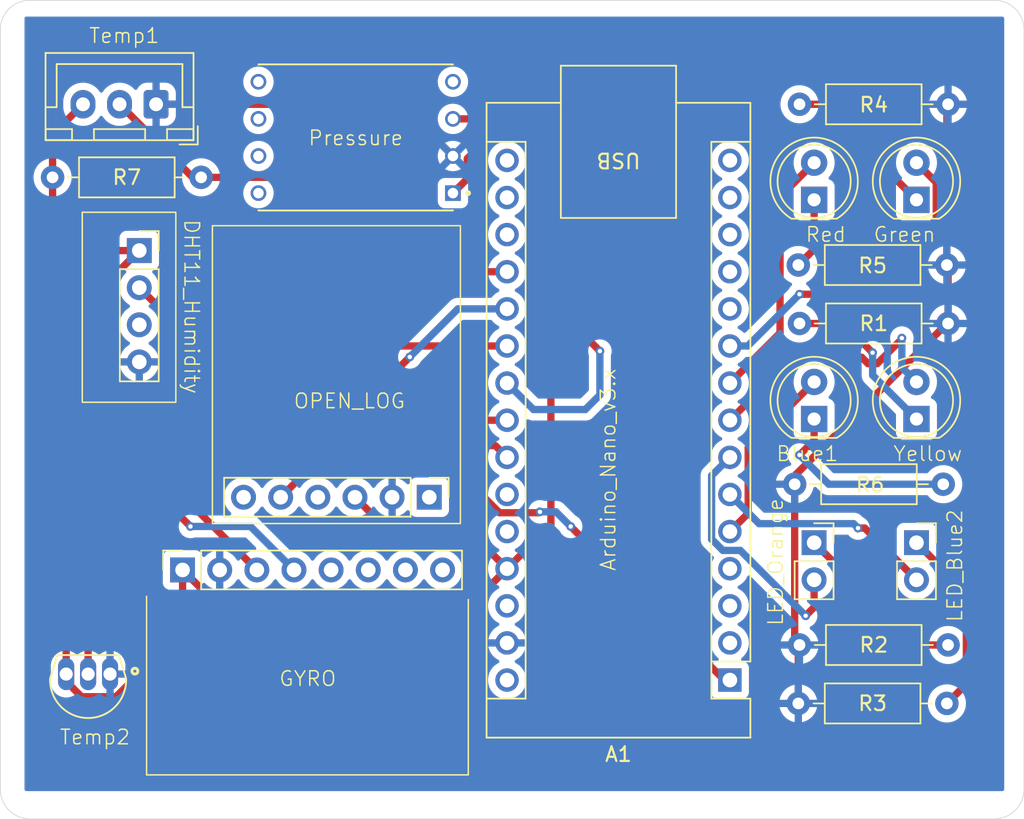
<source format=kicad_pcb>
(kicad_pcb (version 20241229) (generator "pcbnew") (generator_version "9.0")
  (layers (0 "F.Cu" signal) (2 "B.Cu" signal) (13 "F.Paste" user) (15 "B.Paste" user) (5 "F.SilkS" user "F.Silkscreen") (7 "B.SilkS" user "B.Silkscreen") (1 "F.Mask" user) (3 "B.Mask" user) (25 "Edge.Cuts" user))
  (net 0 "")
  (net 2 "/HUMIDITY_SENSOR")
  (net 3 "/BLUE2_LED")
  (net 6 "/GREEN_LED")
  (net 7 "/YELLOW_LED")
  (net 8 "/OPEN_LOG")
  (net 11 "/Temp1")
  (net 13 "/ACCELEROMETER_X")
  (net 14 "GND")
  (net 17 "/ACCELEROMETER_Y")
  (net 18 "/ORANGE_LED")
  (net 20 "/PRESSURE_SENSOR")
  (net 22 "/TEMP2")
  (net 23 "/BLUE1_LED")
  (net 25 "/RED_LED")
  (net 26 "Net-(D1-K)")
  (net 27 "Net-(D2-K)")
  (net 28 "Net-(D3-K)")
  (net 29 "Net-(D4-K)")
  (net 30 "Net-(D5-K)")
  (net 31 "Net-(D6-K)")
  (net 38 "+3V3")
  (net 39 "VCC")
  (net 40 "+5V")
  (net 44 "/I2C_SCL")
  (net 45 "/I2C_SDA")
  (footprint "Resistor_THT:R_Axial_DIN0207_L6.3mm_D2.5mm_P10.16mm_Horizontal" (layer "F.Cu") (at 221.57 78.11)
    (property "Reference" "R5" (at 5.08 0.04 0) (layer "F.SilkS"))
    (property "Value" "1K" (hide yes))
    (fp_line (start 1.04 0) (end 1.81 0) (stroke (width 0.12)) (layer "F.SilkS"))
    (fp_line (start 1.81 -1.37) (end 1.81 1.37) (stroke (width 0.12)) (layer "F.SilkS"))
    (fp_line (start 1.81 1.37) (end 8.35 1.37) (stroke (width 0.12)) (layer "F.SilkS"))
    (fp_line (start 8.35 -1.37) (end 1.81 -1.37) (stroke (width 0.12)) (layer "F.SilkS"))
    (fp_line (start 8.35 1.37) (end 8.35 -1.37) (stroke (width 0.12)) (layer "F.SilkS"))
    (fp_line (start 9.12 0) (end 8.35 0) (stroke (width 0.12)) (layer "F.SilkS"))
    (pad "1" thru_hole circle (at 0 0) (size 1.6 1.6) (drill 0.8) (layers "*.Cu" "*.Mask") (net 26 "Net-(D1-K)"))
    (pad "2" thru_hole oval (at 10.16 0) (size 1.6 1.6) (drill 0.8) (layers "*.Cu" "*.Mask") (net 14 "GND"))
  )
  (footprint "My_Library1:XDCR_TMP36GT9" (layer "F.Cu") (at 173 107 180)
    (property "Reference" "J2" (hide yes))
    (property "Value" "Temp_Digital" (hide yes))
    (fp_line (start 2.1 2.2) (end 2.6 0.6) (stroke (width 0.127)) (layer "F.SilkS"))
    (fp_line (start -2.1 2.2) (end 2.1 2.2) (stroke (width 0.127)) (layer "F.SilkS"))
    (fp_line (start -2.6 0.6) (end -2.1 2.2) (stroke (width 0.127)) (layer "F.SilkS"))
    (fp_arc (start -2.6 0.538) (mid 0 -2.107779) (end 2.6 0.538) (stroke (width 0.127)) (layer "F.SilkS"))
    (fp_circle (center -3.2 1.1) (end -3 1.1) (stroke (width 0.2)) (fill no) (layer "F.SilkS"))
    (pad "1" thru_hole oval (at -1.5 0.9 180) (size 1.1 2.2) (drill 0.9) (layers "*.Cu" "*.Mask") (net 14 "GND"))
    (pad "2" thru_hole oval (at 0 0.9 180) (size 1.1 2.2) (drill 0.9) (layers "*.Cu" "*.Mask") (net 22 "/TEMP2"))
    (pad "3" thru_hole oval (at 1.5 0.9 180) (size 1.1 2.2) (drill 0.9) (layers "*.Cu" "*.Mask") (net 40 "+5V"))
  )
  (footprint "Connector_PinSocket_2.54mm:PinSocket_1x02_P2.54mm_Vertical" (layer "F.Cu") (at 222.65 97.11)
    (property "Reference" "D5" (hide yes))
    (property "Value" "LED" (hide yes))
    (fp_line (start -1.33 1.27) (end -1.33 3.87) (stroke (width 0.12)) (layer "F.SilkS"))
    (fp_line (start -1.33 1.27) (end 1.33 1.27) (stroke (width 0.12)) (layer "F.SilkS"))
    (fp_line (start -1.33 3.87) (end 1.33 3.87) (stroke (width 0.12)) (layer "F.SilkS"))
    (fp_line (start 0 -1.33) (end 1.33 -1.33) (stroke (width 0.12)) (layer "F.SilkS"))
    (fp_line (start 1.33 -1.33) (end 1.33 0) (stroke (width 0.12)) (layer "F.SilkS"))
    (fp_line (start 1.33 1.27) (end 1.33 3.87) (stroke (width 0.12)) (layer "F.SilkS"))
    (pad "1" thru_hole rect (at 0 0) (size 1.7 1.7) (drill 1) (layers "*.Cu" "*.Mask") (net 30 "Net-(D5-K)"))
    (pad "2" thru_hole oval (at 0 2.54) (size 1.7 1.7) (drill 1) (layers "*.Cu" "*.Mask") (net 18 "/ORANGE_LED"))
  )
  (footprint "LED_THT:LED_D5.0mm" (layer "F.Cu") (at 222.65 88.65 90)
    (property "Reference" "D3" (hide yes))
    (property "Value" "LED" (hide yes))
    (fp_line (start -1.29 -1.545) (end -1.29 1.545) (stroke (width 0.12)) (layer "F.SilkS"))
    (fp_arc (start -1.29 -1.54483) (mid 2.071756 -2.880501) (end 4.26 -0.000048) (stroke (width 0.12)) (layer "F.SilkS"))
    (fp_arc (start 4.26 0.000048) (mid 2.071756 2.880501) (end -1.29 1.54483) (stroke (width 0.12)) (layer "F.SilkS"))
    (fp_circle (center 1.27 0) (end 3.77 0) (stroke (width 0.12)) (fill no) (layer "F.SilkS"))
    (pad "1" thru_hole rect (at 0 0 90) (size 1.8 1.8) (drill 0.9) (layers "*.Cu" "*.Mask") (net 28 "Net-(D3-K)"))
    (pad "2" thru_hole circle (at 2.54 0 90) (size 1.8 1.8) (drill 0.9) (layers "*.Cu" "*.Mask") (net 23 "/BLUE1_LED"))
  )
  (footprint "Resistor_THT:R_Axial_DIN0207_L6.3mm_D2.5mm_P10.16mm_Horizontal" (layer "F.Cu") (at 170.57 72.11)
    (property "Reference" "R7" (at 5.08 0 0) (layer "F.SilkS"))
    (property "Value" "4.7K" (hide yes))
    (fp_line (start 1.04 0) (end 1.81 0) (stroke (width 0.12)) (layer "F.SilkS"))
    (fp_line (start 1.81 -1.37) (end 1.81 1.37) (stroke (width 0.12)) (layer "F.SilkS"))
    (fp_line (start 1.81 1.37) (end 8.35 1.37) (stroke (width 0.12)) (layer "F.SilkS"))
    (fp_line (start 8.35 -1.37) (end 1.81 -1.37) (stroke (width 0.12)) (layer "F.SilkS"))
    (fp_line (start 8.35 1.37) (end 8.35 -1.37) (stroke (width 0.12)) (layer "F.SilkS"))
    (fp_line (start 9.12 0) (end 8.35 0) (stroke (width 0.12)) (layer "F.SilkS"))
    (pad "1" thru_hole circle (at 0 0) (size 1.6 1.6) (drill 0.8) (layers "*.Cu" "*.Mask") (net 40 "+5V"))
    (pad "2" thru_hole oval (at 10.16 0) (size 1.6 1.6) (drill 0.8) (layers "*.Cu" "*.Mask") (net 11 "/Temp1"))
  )
  (footprint "Connector_PinSocket_2.54mm:PinSocket_1x04_P2.54mm_Vertical" (layer "F.Cu") (at 176.5 77.12)
    (property "Reference" "J3" (hide yes))
    (property "Value" "DHT11_Humidity" (hide yes))
    (fp_line (start -1.33 1.27) (end -1.33 8.95) (stroke (width 0.12)) (layer "F.SilkS"))
    (fp_line (start -1.33 1.27) (end 1.33 1.27) (stroke (width 0.12)) (layer "F.SilkS"))
    (fp_line (start -1.33 8.95) (end 1.33 8.95) (stroke (width 0.12)) (layer "F.SilkS"))
    (fp_line (start 0 -1.33) (end 1.33 -1.33) (stroke (width 0.12)) (layer "F.SilkS"))
    (fp_line (start 1.33 -1.33) (end 1.33 0) (stroke (width 0.12)) (layer "F.SilkS"))
    (fp_line (start 1.33 1.27) (end 1.33 8.95) (stroke (width 0.12)) (layer "F.SilkS"))
    (pad "1" thru_hole rect (at 0 0) (size 1.7 1.7) (drill 1) (layers "*.Cu" "*.Mask") (net 40 "+5V"))
    (pad "2" thru_hole oval (at 0 2.54) (size 1.7 1.7) (drill 1) (layers "*.Cu" "*.Mask") (net 2 "/HUMIDITY_SENSOR"))
    (pad "3" thru_hole oval (at 0 5.08) (size 1.7 1.7) (drill 1) (layers "*.Cu" "*.Mask"))
    (pad "4" thru_hole oval (at 0 7.62) (size 1.7 1.7) (drill 1) (layers "*.Cu" "*.Mask") (net 14 "GND"))
  )
  (footprint "Connector_PinSocket_2.54mm:PinSocket_1x02_P2.54mm_Vertical" (layer "F.Cu") (at 229.65 97.11)
    (property "Reference" "D4" (hide yes))
    (property "Value" "LED" (hide yes))
    (fp_line (start -1.33 1.27) (end -1.33 3.87) (stroke (width 0.12)) (layer "F.SilkS"))
    (fp_line (start -1.33 1.27) (end 1.33 1.27) (stroke (width 0.12)) (layer "F.SilkS"))
    (fp_line (start -1.33 3.87) (end 1.33 3.87) (stroke (width 0.12)) (layer "F.SilkS"))
    (fp_line (start 0 -1.33) (end 1.33 -1.33) (stroke (width 0.12)) (layer "F.SilkS"))
    (fp_line (start 1.33 -1.33) (end 1.33 0) (stroke (width 0.12)) (layer "F.SilkS"))
    (fp_line (start 1.33 1.27) (end 1.33 3.87) (stroke (width 0.12)) (layer "F.SilkS"))
    (pad "1" thru_hole rect (at 0 0) (size 1.7 1.7) (drill 1) (layers "*.Cu" "*.Mask") (net 29 "Net-(D4-K)"))
    (pad "2" thru_hole oval (at 0 2.54) (size 1.7 1.7) (drill 1) (layers "*.Cu" "*.Mask") (net 3 "/BLUE2_LED"))
  )
  (footprint "LED_THT:LED_D5.0mm" (layer "F.Cu") (at 229.65 88.65 90)
    (property "Reference" "D6" (hide yes))
    (property "Value" "LED" (hide yes))
    (fp_line (start -1.29 -1.545) (end -1.29 1.545) (stroke (width 0.12)) (layer "F.SilkS"))
    (fp_arc (start -1.29 -1.54483) (mid 2.071756 -2.880501) (end 4.26 -0.000048) (stroke (width 0.12)) (layer "F.SilkS"))
    (fp_arc (start 4.26 0.000048) (mid 2.071756 2.880501) (end -1.29 1.54483) (stroke (width 0.12)) (layer "F.SilkS"))
    (fp_circle (center 1.27 0) (end 3.77 0) (stroke (width 0.12)) (fill no) (layer "F.SilkS"))
    (pad "1" thru_hole rect (at 0 0 90) (size 1.8 1.8) (drill 0.9) (layers "*.Cu" "*.Mask") (net 31 "Net-(D6-K)"))
    (pad "2" thru_hole circle (at 2.54 0 90) (size 1.8 1.8) (drill 0.9) (layers "*.Cu" "*.Mask") (net 7 "/YELLOW_LED"))
  )
  (footprint "Module:Arduino_Nano" (layer "F.Cu") (at 216.89 106.51 180)
    (property "Reference" "A1" (at 7.62 -5.08 0) (layer "F.SilkS"))
    (property "Value" "Arduino_Nano_v3.x" (hide yes))
    (fp_line (start 16.64 39.5) (end 16.64 -3.94) (stroke (width 0.12)) (layer "F.SilkS"))
    (fp_line (start 16.64 39.5) (end 11.56 39.5) (stroke (width 0.12)) (layer "F.SilkS"))
    (fp_line (start 16.64 -3.94) (end -1.4 -3.94) (stroke (width 0.12)) (layer "F.SilkS"))
    (fp_line (start 13.97 36.83) (end 16.64 36.83) (stroke (width 0.12)) (layer "F.SilkS"))
    (fp_line (start 13.97 -1.27) (end 16.64 -1.27) (stroke (width 0.12)) (layer "F.SilkS"))
    (fp_line (start 13.97 -1.27) (end 13.97 36.83) (stroke (width 0.12)) (layer "F.SilkS"))
    (fp_line (start 11.56 42.04) (end 3.68 42.04) (stroke (width 0.12)) (layer "F.SilkS"))
    (fp_line (start 11.56 31.62) (end 11.56 42.04) (stroke (width 0.12)) (layer "F.SilkS"))
    (fp_line (start 3.68 42.04) (end 3.68 31.62) (stroke (width 0.12)) (layer "F.SilkS"))
    (fp_line (start 3.68 31.62) (end 11.56 31.62) (stroke (width 0.12)) (layer "F.SilkS"))
    (fp_line (start 1.27 36.83) (end -1.4 36.83) (stroke (width 0.12)) (layer "F.SilkS"))
    (fp_line (start 1.27 1.27) (end 1.27 36.83) (stroke (width 0.12)) (layer "F.SilkS"))
    (fp_line (start 1.27 1.27) (end 1.27 -1.27) (stroke (width 0.12)) (layer "F.SilkS"))
    (fp_line (start 1.27 1.27) (end -1.4 1.27) (stroke (width 0.12)) (layer "F.SilkS"))
    (fp_line (start 1.27 -1.27) (end -1.4 -1.27) (stroke (width 0.12)) (layer "F.SilkS"))
    (fp_line (start -1.4 39.5) (end 3.68 39.5) (stroke (width 0.12)) (layer "F.SilkS"))
    (fp_line (start -1.4 1.27) (end -1.4 39.5) (stroke (width 0.12)) (layer "F.SilkS"))
    (fp_line (start -1.4 -3.94) (end -1.4 -1.27) (stroke (width 0.12)) (layer "F.SilkS"))
    (fp_text user "USB" (at 7.62 35.56 180) (layer "F.SilkS"))
    (pad "1" thru_hole rect (at 0 0 180) (size 1.6 1.6) (drill 1) (layers "*.Cu" "*.Mask") (net 8 "/OPEN_LOG"))
    (pad "2" thru_hole oval (at 0 2.54 180) (size 1.6 1.6) (drill 1) (layers "*.Cu" "*.Mask"))
    (pad "3" thru_hole oval (at 0 5.08 180) (size 1.6 1.6) (drill 1) (layers "*.Cu" "*.Mask"))
    (pad "4" thru_hole oval (at 0 7.62 180) (size 1.6 1.6) (drill 1) (layers "*.Cu" "*.Mask"))
    (pad "5" thru_hole oval (at 0 10.16 180) (size 1.6 1.6) (drill 1) (layers "*.Cu" "*.Mask") (net 23 "/BLUE1_LED"))
    (pad "6" thru_hole oval (at 0 12.7 180) (size 1.6 1.6) (drill 1) (layers "*.Cu" "*.Mask") (net 3 "/BLUE2_LED"))
    (pad "7" thru_hole oval (at 0 15.24 180) (size 1.6 1.6) (drill 1) (layers "*.Cu" "*.Mask") (net 18 "/ORANGE_LED"))
    (pad "8" thru_hole oval (at 0 17.78 180) (size 1.6 1.6) (drill 1) (layers "*.Cu" "*.Mask") (net 7 "/YELLOW_LED"))
    (pad "9" thru_hole oval (at 0 20.32 180) (size 1.6 1.6) (drill 1) (layers "*.Cu" "*.Mask") (net 25 "/RED_LED"))
    (pad "10" thru_hole oval (at 0 22.86 180) (size 1.6 1.6) (drill 1) (layers "*.Cu" "*.Mask") (net 6 "/GREEN_LED"))
    (pad "11" thru_hole oval (at 0 25.4 180) (size 1.6 1.6) (drill 1) (layers "*.Cu" "*.Mask"))
    (pad "12" thru_hole oval (at 0 27.94 180) (size 1.6 1.6) (drill 1) (layers "*.Cu" "*.Mask"))
    (pad "13" thru_hole oval (at 0 30.48 180) (size 1.6 1.6) (drill 1) (layers "*.Cu" "*.Mask"))
    (pad "14" thru_hole oval (at 0 33.02 180) (size 1.6 1.6) (drill 1) (layers "*.Cu" "*.Mask"))
    (pad "15" thru_hole oval (at 0 35.56 180) (size 1.6 1.6) (drill 1) (layers "*.Cu" "*.Mask"))
    (pad "16" thru_hole oval (at 15.24 35.56 180) (size 1.6 1.6) (drill 1) (layers "*.Cu" "*.Mask"))
    (pad "17" thru_hole oval (at 15.24 33.02 180) (size 1.6 1.6) (drill 1) (layers "*.Cu" "*.Mask") (net 38 "+3V3"))
    (pad "18" thru_hole oval (at 15.24 30.48 180) (size 1.6 1.6) (drill 1) (layers "*.Cu" "*.Mask"))
    (pad "19" thru_hole oval (at 15.24 27.94 180) (size 1.6 1.6) (drill 1) (layers "*.Cu" "*.Mask") (net 11 "/Temp1"))
    (pad "20" thru_hole oval (at 15.24 25.4 180) (size 1.6 1.6) (drill 1) (layers "*.Cu" "*.Mask") (net 22 "/TEMP2"))
    (pad "21" thru_hole oval (at 15.24 22.86 180) (size 1.6 1.6) (drill 1) (layers "*.Cu" "*.Mask") (net 2 "/HUMIDITY_SENSOR"))
    (pad "22" thru_hole oval (at 15.24 20.32 180) (size 1.6 1.6) (drill 1) (layers "*.Cu" "*.Mask") (net 20 "/PRESSURE_SENSOR"))
    (pad "23" thru_hole oval (at 15.24 17.78 180) (size 1.6 1.6) (drill 1) (layers "*.Cu" "*.Mask") (net 45 "/I2C_SDA"))
    (pad "24" thru_hole oval (at 15.24 15.24 180) (size 1.6 1.6) (drill 1) (layers "*.Cu" "*.Mask") (net 44 "/I2C_SCL"))
    (pad "25" thru_hole oval (at 15.24 12.7 180) (size 1.6 1.6) (drill 1) (layers "*.Cu" "*.Mask") (net 13 "/ACCELEROMETER_X"))
    (pad "26" thru_hole oval (at 15.24 10.16 180) (size 1.6 1.6) (drill 1) (layers "*.Cu" "*.Mask") (net 17 "/ACCELEROMETER_Y"))
    (pad "27" thru_hole oval (at 15.24 7.62 180) (size 1.6 1.6) (drill 1) (layers "*.Cu" "*.Mask") (net 40 "+5V"))
    (pad "28" thru_hole oval (at 15.24 5.08 180) (size 1.6 1.6) (drill 1) (layers "*.Cu" "*.Mask"))
    (pad "29" thru_hole oval (at 15.24 2.54 180) (size 1.6 1.6) (drill 1) (layers "*.Cu" "*.Mask") (net 14 "GND"))
    (pad "30" thru_hole oval (at 15.24 0 180) (size 1.6 1.6) (drill 1) (layers "*.Cu" "*.Mask") (net 39 "VCC"))
  )
  (footprint "Connector_PinSocket_2.54mm:PinSocket_1x08_P2.54mm_Vertical" (layer "F.Cu") (at 179.46 98.975 90)
    (property "Reference" "J9" (hide yes))
    (property "Value" "CONN_GYRO" (hide yes))
    (fp_line (start 1.33 -1.33) (end 1.33 0) (stroke (width 0.12)) (layer "F.SilkS"))
    (fp_line (start 0 -1.33) (end 1.33 -1.33) (stroke (width 0.12)) (layer "F.SilkS"))
    (fp_line (start 1.33 1.27) (end 1.33 19.11) (stroke (width 0.12)) (layer "F.SilkS"))
    (fp_line (start -1.33 1.27) (end 1.33 1.27) (stroke (width 0.12)) (layer "F.SilkS"))
    (fp_line (start -1.33 1.27) (end -1.33 19.11) (stroke (width 0.12)) (layer "F.SilkS"))
    (fp_line (start -1.33 19.11) (end 1.33 19.11) (stroke (width 0.12)) (layer "F.SilkS"))
    (pad "1" thru_hole rect (at 0 0 90) (size 1.7 1.7) (drill 1) (layers "*.Cu" "*.Mask") (net 40 "+5V"))
    (pad "2" thru_hole oval (at 0 2.54 90) (size 1.7 1.7) (drill 1) (layers "*.Cu" "*.Mask") (net 14 "GND"))
    (pad "3" thru_hole oval (at 0 5.08 90) (size 1.7 1.7) (drill 1) (layers "*.Cu" "*.Mask") (net 44 "/I2C_SCL"))
    (pad "4" thru_hole oval (at 0 7.62 90) (size 1.7 1.7) (drill 1) (layers "*.Cu" "*.Mask") (net 45 "/I2C_SDA"))
    (pad "5" thru_hole oval (at 0 10.16 90) (size 1.7 1.7) (drill 1) (layers "*.Cu" "*.Mask"))
    (pad "6" thru_hole oval (at 0 12.7 90) (size 1.7 1.7) (drill 1) (layers "*.Cu" "*.Mask"))
    (pad "7" thru_hole oval (at 0 15.24 90) (size 1.7 1.7) (drill 1) (layers "*.Cu" "*.Mask"))
    (pad "8" thru_hole oval (at 0 17.78 90) (size 1.7 1.7) (drill 1) (layers "*.Cu" "*.Mask"))
  )
  (footprint "My_Library1:DIP1330W46P254L1000H544Q8" (layer "F.Cu") (at 191.3 69.38 180)
    (property "Reference" "U3" (hide yes))
    (property "Value" "40PC015G" (hide yes))
    (fp_line (start -6.65 5) (end 6.65 5) (stroke (width 0.127)) (layer "F.SilkS"))
    (fp_line (start -6.65 -5) (end 6.65 -5) (stroke (width 0.127)) (layer "F.SilkS"))
    (fp_circle (center -7.685 -3.81) (end -7.585 -3.81) (stroke (width 0.2)) (fill no) (layer "F.SilkS"))
    (pad "1" thru_hole rect (at -6.65 -3.81 180) (size 1.07 1.07) (drill 0.72) (layers "*.Cu" "*.Mask") (net 40 "+5V"))
    (pad "2" thru_hole circle (at -6.65 -1.27 180) (size 1.07 1.07) (drill 0.72) (layers "*.Cu" "*.Mask") (net 14 "GND"))
    (pad "3" thru_hole circle (at -6.65 1.27 180) (size 1.07 1.07) (drill 0.72) (layers "*.Cu" "*.Mask") (net 20 "/PRESSURE_SENSOR"))
    (pad "4" thru_hole circle (at -6.65 3.81 180) (size 1.07 1.07) (drill 0.72) (layers "*.Cu" "*.Mask"))
    (pad "5" thru_hole circle (at 6.65 3.81 180) (size 1.07 1.07) (drill 0.72) (layers "*.Cu" "*.Mask"))
    (pad "6" thru_hole circle (at 6.65 1.27 180) (size 1.07 1.07) (drill 0.72) (layers "*.Cu" "*.Mask"))
    (pad "7" thru_hole circle (at 6.65 -1.27 180) (size 1.07 1.07) (drill 0.72) (layers "*.Cu" "*.Mask"))
    (pad "8" thru_hole circle (at 6.65 -3.81 180) (size 1.07 1.07) (drill 0.72) (layers "*.Cu" "*.Mask"))
  )
  (footprint "LED_THT:LED_D5.0mm" (layer "F.Cu") (at 229.65 73.65 90)
    (property "Reference" "D2" (hide yes))
    (property "Value" "LED" (hide yes))
    (fp_line (start -1.29 -1.545) (end -1.29 1.545) (stroke (width 0.12)) (layer "F.SilkS"))
    (fp_arc (start -1.29 -1.54483) (mid 2.071756 -2.880501) (end 4.26 -0.000048) (stroke (width 0.12)) (layer "F.SilkS"))
    (fp_arc (start 4.26 0.000048) (mid 2.071756 2.880501) (end -1.29 1.54483) (stroke (width 0.12)) (layer "F.SilkS"))
    (fp_circle (center 1.27 0) (end 3.77 0) (stroke (width 0.12)) (fill no) (layer "F.SilkS"))
    (pad "1" thru_hole rect (at 0 0 90) (size 1.8 1.8) (drill 0.9) (layers "*.Cu" "*.Mask") (net 27 "Net-(D2-K)"))
    (pad "2" thru_hole circle (at 2.54 0 90) (size 1.8 1.8) (drill 0.9) (layers "*.Cu" "*.Mask") (net 6 "/GREEN_LED"))
  )
  (footprint "Connector_PinHeader_2.54mm:PinHeader_1x06_P2.54mm_Vertical" (layer "F.Cu") (at 196.33 94 -90)
    (property "Reference" "OPEN_LOG1" (hide yes))
    (property "Value" "Conn_01x06" (hide yes))
    (fp_line (start -1.33 14.03) (end 1.33 14.03) (stroke (width 0.12)) (layer "F.SilkS"))
    (fp_line (start -1.33 1.27) (end -1.33 14.03) (stroke (width 0.12)) (layer "F.SilkS"))
    (fp_line (start -1.33 1.27) (end 1.33 1.27) (stroke (width 0.12)) (layer "F.SilkS"))
    (fp_line (start 1.33 1.27) (end 1.33 14.03) (stroke (width 0.12)) (layer "F.SilkS"))
    (fp_line (start -1.33 0) (end -1.33 -1.33) (stroke (width 0.12)) (layer "F.SilkS"))
    (fp_line (start -1.33 -1.33) (end 0 -1.33) (stroke (width 0.12)) (layer "F.SilkS"))
    (pad "1" thru_hole rect (at 0 0 270) (size 1.7 1.7) (drill 1) (layers "*.Cu" "*.Mask"))
    (pad "2" thru_hole oval (at 0 2.54 270) (size 1.7 1.7) (drill 1) (layers "*.Cu" "*.Mask") (net 14 "GND"))
    (pad "3" thru_hole oval (at 0 5.08 270) (size 1.7 1.7) (drill 1) (layers "*.Cu" "*.Mask") (net 40 "+5V"))
    (pad "4" thru_hole oval (at 0 7.62 270) (size 1.7 1.7) (drill 1) (layers "*.Cu" "*.Mask"))
    (pad "5" thru_hole oval (at 0 10.16 270) (size 1.7 1.7) (drill 1) (layers "*.Cu" "*.Mask") (net 8 "/OPEN_LOG"))
    (pad "6" thru_hole oval (at 0 12.7 270) (size 1.7 1.7) (drill 1) (layers "*.Cu" "*.Mask"))
  )
  (footprint "Resistor_THT:R_Axial_DIN0207_L6.3mm_D2.5mm_P10.16mm_Horizontal" (layer "F.Cu") (at 231.73 108.11 180)
    (property "Reference" "R3" (at 5.08 0 0) (layer "F.SilkS"))
    (property "Value" "1K" (hide yes))
    (fp_line (start 9.12 0) (end 8.35 0) (stroke (width 0.12)) (layer "F.SilkS"))
    (fp_line (start 8.35 1.37) (end 8.35 -1.37) (stroke (width 0.12)) (layer "F.SilkS"))
    (fp_line (start 8.35 -1.37) (end 1.81 -1.37) (stroke (width 0.12)) (layer "F.SilkS"))
    (fp_line (start 1.81 1.37) (end 8.35 1.37) (stroke (width 0.12)) (layer "F.SilkS"))
    (fp_line (start 1.81 -1.37) (end 1.81 1.37) (stroke (width 0.12)) (layer "F.SilkS"))
    (fp_line (start 1.04 0) (end 1.81 0) (stroke (width 0.12)) (layer "F.SilkS"))
    (pad "1" thru_hole circle (at 0 0 180) (size 1.6 1.6) (drill 0.8) (layers "*.Cu" "*.Mask") (net 29 "Net-(D4-K)"))
    (pad "2" thru_hole oval (at 10.16 0 180) (size 1.6 1.6) (drill 0.8) (layers "*.Cu" "*.Mask") (net 14 "GND"))
  )
  (footprint "Resistor_THT:R_Axial_DIN0207_L6.3mm_D2.5mm_P10.16mm_Horizontal" (layer "F.Cu") (at 221.65 82.11)
    (property "Reference" "R1" (at 5.08 0 0) (layer "F.SilkS"))
    (property "Value" "1K" (hide yes))
    (fp_line (start 1.04 0) (end 1.81 0) (stroke (width 0.12)) (layer "F.SilkS"))
    (fp_line (start 1.81 -1.37) (end 1.81 1.37) (stroke (width 0.12)) (layer "F.SilkS"))
    (fp_line (start 1.81 1.37) (end 8.35 1.37) (stroke (width 0.12)) (layer "F.SilkS"))
    (fp_line (start 8.35 -1.37) (end 1.81 -1.37) (stroke (width 0.12)) (layer "F.SilkS"))
    (fp_line (start 8.35 1.37) (end 8.35 -1.37) (stroke (width 0.12)) (layer "F.SilkS"))
    (fp_line (start 9.12 0) (end 8.35 0) (stroke (width 0.12)) (layer "F.SilkS"))
    (pad "1" thru_hole circle (at 0 0) (size 1.6 1.6) (drill 0.8) (layers "*.Cu" "*.Mask") (net 31 "Net-(D6-K)"))
    (pad "2" thru_hole oval (at 10.16 0) (size 1.6 1.6) (drill 0.8) (layers "*.Cu" "*.Mask") (net 14 "GND"))
  )
  (footprint "LED_THT:LED_D5.0mm" (layer "F.Cu") (at 222.65 73.65 90)
    (property "Reference" "D1" (hide yes))
    (property "Value" "LED" (hide yes))
    (fp_line (start -1.29 -1.545) (end -1.29 1.545) (stroke (width 0.12)) (layer "F.SilkS"))
    (fp_arc (start -1.29 -1.54483) (mid 2.071756 -2.880501) (end 4.26 -0.000048) (stroke (width 0.12)) (layer "F.SilkS"))
    (fp_arc (start 4.26 0.000048) (mid 2.071756 2.880501) (end -1.29 1.54483) (stroke (width 0.12)) (layer "F.SilkS"))
    (fp_circle (center 1.27 0) (end 3.77 0) (stroke (width 0.12)) (fill no) (layer "F.SilkS"))
    (pad "1" thru_hole rect (at 0 0 90) (size 1.8 1.8) (drill 0.9) (layers "*.Cu" "*.Mask") (net 26 "Net-(D1-K)"))
    (pad "2" thru_hole circle (at 2.54 0 90) (size 1.8 1.8) (drill 0.9) (layers "*.Cu" "*.Mask") (net 25 "/RED_LED"))
  )
  (footprint "Resistor_THT:R_Axial_DIN0207_L6.3mm_D2.5mm_P10.16mm_Horizontal" (layer "F.Cu") (at 221.65 67.11)
    (property "Reference" "R4" (at 5.08 0.04 0) (layer "F.SilkS"))
    (property "Value" "1K" (hide yes))
    (fp_line (start 1.04 0) (end 1.81 0) (stroke (width 0.12)) (layer "F.SilkS"))
    (fp_line (start 1.81 -1.37) (end 1.81 1.37) (stroke (width 0.12)) (layer "F.SilkS"))
    (fp_line (start 1.81 1.37) (end 8.35 1.37) (stroke (width 0.12)) (layer "F.SilkS"))
    (fp_line (start 8.35 -1.37) (end 1.81 -1.37) (stroke (width 0.12)) (layer "F.SilkS"))
    (fp_line (start 8.35 1.37) (end 8.35 -1.37) (stroke (width 0.12)) (layer "F.SilkS"))
    (fp_line (start 9.12 0) (end 8.35 0) (stroke (width 0.12)) (layer "F.SilkS"))
    (pad "1" thru_hole circle (at 0 0) (size 1.6 1.6) (drill 0.8) (layers "*.Cu" "*.Mask") (net 27 "Net-(D2-K)"))
    (pad "2" thru_hole oval (at 10.16 0) (size 1.6 1.6) (drill 0.8) (layers "*.Cu" "*.Mask") (net 14 "GND"))
  )
  (footprint "Resistor_THT:R_Axial_DIN0207_L6.3mm_D2.5mm_P10.16mm_Horizontal" (layer "F.Cu") (at 231.48 93.11 180)
    (property "Reference" "R6" (at 5 -0.04 0) (layer "F.SilkS"))
    (property "Value" "1K" (hide yes))
    (fp_line (start 9.12 0) (end 8.35 0) (stroke (width 0.12)) (layer "F.SilkS"))
    (fp_line (start 8.35 1.37) (end 8.35 -1.37) (stroke (width 0.12)) (layer "F.SilkS"))
    (fp_line (start 8.35 -1.37) (end 1.81 -1.37) (stroke (width 0.12)) (layer "F.SilkS"))
    (fp_line (start 1.81 1.37) (end 8.35 1.37) (stroke (width 0.12)) (layer "F.SilkS"))
    (fp_line (start 1.81 -1.37) (end 1.81 1.37) (stroke (width 0.12)) (layer "F.SilkS"))
    (fp_line (start 1.04 0) (end 1.81 0) (stroke (width 0.12)) (layer "F.SilkS"))
    (pad "1" thru_hole circle (at 0 0 180) (size 1.6 1.6) (drill 0.8) (layers "*.Cu" "*.Mask") (net 28 "Net-(D3-K)"))
    (pad "2" thru_hole oval (at 10.16 0 180) (size 1.6 1.6) (drill 0.8) (layers "*.Cu" "*.Mask") (net 14 "GND"))
  )
  (footprint "Resistor_THT:R_Axial_DIN0207_L6.3mm_D2.5mm_P10.16mm_Horizontal" (layer "F.Cu") (at 231.81 104.11 180)
    (property "Reference" "R2" (at 5.08 0 0) (layer "F.SilkS"))
    (property "Value" "1K" (hide yes))
    (fp_line (start 9.12 0) (end 8.35 0) (stroke (width 0.12)) (layer "F.SilkS"))
    (fp_line (start 8.35 1.37) (end 8.35 -1.37) (stroke (width 0.12)) (layer "F.SilkS"))
    (fp_line (start 8.35 -1.37) (end 1.81 -1.37) (stroke (width 0.12)) (layer "F.SilkS"))
    (fp_line (start 1.81 1.37) (end 8.35 1.37) (stroke (width 0.12)) (layer "F.SilkS"))
    (fp_line (start 1.81 -1.37) (end 1.81 1.37) (stroke (width 0.12)) (layer "F.SilkS"))
    (fp_line (start 1.04 0) (end 1.81 0) (stroke (width 0.12)) (layer "F.SilkS"))
    (pad "1" thru_hole circle (at 0 0 180) (size 1.6 1.6) (drill 0.8) (layers "*.Cu" "*.Mask") (net 30 "Net-(D5-K)"))
    (pad "2" thru_hole oval (at 10.16 0 180) (size 1.6 1.6) (drill 0.8) (layers "*.Cu" "*.Mask") (net 14 "GND"))
  )
  (footprint "Connector_JST:JST_XH_B3B-XH-A_1x03_P2.50mm_Vertical" (layer "F.Cu") (at 177.65 67.11 180)
    (property "Reference" "J1" (hide yes))
    (property "Value" "Temp_Digital" (hide yes))
    (fp_line (start 7.56 3.51) (end 7.56 -2.46) (stroke (width 0.12)) (layer "F.SilkS"))
    (fp_line (start 7.56 -2.46) (end -2.56 -2.46) (stroke (width 0.12)) (layer "F.SilkS"))
    (fp_line (start 7.55 -0.2) (end 6.8 -0.2) (stroke (width 0.12)) (layer "F.SilkS"))
    (fp_line (start 7.55 -1.7) (end 7.55 -2.45) (stroke (width 0.12)) (layer "F.SilkS"))
    (fp_line (start 7.55 -2.45) (end 5.75 -2.45) (stroke (width 0.12)) (layer "F.SilkS"))
    (fp_line (start 6.8 2.75) (end 2.5 2.75) (stroke (width 0.12)) (layer "F.SilkS"))
    (fp_line (start 6.8 -0.2) (end 6.8 2.75) (stroke (width 0.12)) (layer "F.SilkS"))
    (fp_line (start 5.75 -1.7) (end 7.55 -1.7) (stroke (width 0.12)) (layer "F.SilkS"))
    (fp_line (start 5.75 -2.45) (end 5.75 -1.7) (stroke (width 0.12)) (layer "F.SilkS"))
    (fp_line (start 4.25 -1.7) (end 4.25 -2.45) (stroke (width 0.12)) (layer "F.SilkS"))
    (fp_line (start 4.25 -2.45) (end 0.75 -2.45) (stroke (width 0.12)) (layer "F.SilkS"))
    (fp_line (start 0.75 -1.7) (end 4.25 -1.7) (stroke (width 0.12)) (layer "F.SilkS"))
    (fp_line (start 0.75 -2.45) (end 0.75 -1.7) (stroke (width 0.12)) (layer "F.SilkS"))
    (fp_line (start -0.75 -1.7) (end -0.75 -2.45) (stroke (width 0.12)) (layer "F.SilkS"))
    (fp_line (start -0.75 -2.45) (end -2.55 -2.45) (stroke (width 0.12)) (layer "F.SilkS"))
    (fp_line (start -1.6 -2.75) (end -2.85 -2.75) (stroke (width 0.12)) (layer "F.SilkS"))
    (fp_line (start -1.8 2.75) (end 2.5 2.75) (stroke (width 0.12)) (layer "F.SilkS"))
    (fp_line (start -1.8 -0.2) (end -1.8 2.75) (stroke (width 0.12)) (layer "F.SilkS"))
    (fp_line (start -2.55 -0.2) (end -1.8 -0.2) (stroke (width 0.12)) (layer "F.SilkS"))
    (fp_line (start -2.55 -1.7) (end -0.75 -1.7) (stroke (width 0.12)) (layer "F.SilkS"))
    (fp_line (start -2.55 -2.45) (end -2.55 -1.7) (stroke (width 0.12)) (layer "F.SilkS"))
    (fp_line (start -2.56 3.51) (end 7.56 3.51) (stroke (width 0.12)) (layer "F.SilkS"))
    (fp_line (start -2.56 -2.46) (end -2.56 3.51) (stroke (width 0.12)) (layer "F.SilkS"))
    (fp_line (start -2.85 -2.75) (end -2.85 -1.5) (stroke (width 0.12)) (layer "F.SilkS"))
    (pad "1" thru_hole roundrect (at 0 0 180) (size 1.7 1.95) (drill 0.95) (layers "*.Cu" "*.Mask") (roundrect_rratio 0.147059) (net 14 "GND"))
    (pad "2" thru_hole oval (at 2.5 0 180) (size 1.7 1.95) (drill 0.95) (layers "*.Cu" "*.Mask") (net 11 "/Temp1"))
    (pad "3" thru_hole oval (at 5 0 180) (size 1.7 1.95) (drill 0.95) (layers "*.Cu" "*.Mask") (net 40 "+5V"))
  )
  (gr_rect (start 172.6 74.5) (end 179 87.5) (stroke (width 0.1)) (fill no) (layer "F.SilkS"))
  (gr_line (start 177 113) (end 177 100.775) (stroke (width 0.1)) (layer "F.SilkS"))
  (gr_line (start 177 113) (end 199 113) (stroke (width 0.1)) (layer "F.SilkS"))
  (gr_rect (start 181.5 75.42) (end 198.46 95.8) (stroke (width 0.1)) (fill no) (layer "F.SilkS"))
  (gr_line (start 199 101) (end 199 113) (stroke (width 0.1)) (layer "F.SilkS"))
  (gr_arc (start 167 62) (mid 167.585786 60.585786) (end 169 60) (stroke (width 0.05)) (layer "Edge.Cuts"))
  (gr_line (start 235 60) (end 169 60) (stroke (width 0.05)) (layer "Edge.Cuts"))
  (gr_arc (start 169 116) (mid 167.585786 115.414214) (end 167 114) (stroke (width 0.05)) (layer "Edge.Cuts"))
  (gr_line (start 167 62) (end 167 114) (stroke (width 0.05)) (layer "Edge.Cuts"))
  (gr_arc (start 237 114) (mid 236.414214 115.414214) (end 235 116) (stroke (width 0.05)) (layer "Edge.Cuts"))
  (gr_arc (start 235 60) (mid 236.414214 60.585786) (end 237 62) (stroke (width 0.05)) (layer "Edge.Cuts"))
  (gr_line (start 237 114) (end 237 62) (stroke (width 0.05)) (layer "Edge.Cuts"))
  (gr_line (start 169 116) (end 235 116) (stroke (width 0.05)) (layer "Edge.Cuts"))
  (gr_text "LED_Orange" (at 220.6 102.86 90) (layer "F.SilkS") (effects (font (size 1 1) (thickness 0.1)) (justify left bottom)))
  (gr_text "DHT11_Humidity" (at 179.5 74.92 270) (layer "F.SilkS") (effects (font (size 1 1) (thickness 0.1)) (justify left bottom)))
  (gr_text "Blue1" (at 220 91.61 0) (layer "F.SilkS") (effects (font (size 1 1) (thickness 0.1)) (justify left bottom)))
  (gr_text "Green" (at 226.65 76.61 0) (layer "F.SilkS") (effects (font (size 1 1) (thickness 0.1)) (justify left bottom)))
  (gr_text "OPEN_LOG" (at 187 88 0) (layer "F.SilkS") (effects (font (size 1 1) (thickness 0.1)) (justify left bottom)))
  (gr_text "LED_Blue2" (at 232.86 102.61 90) (layer "F.SilkS") (effects (font (size 1 1) (thickness 0.1)) (justify left bottom)))
  (gr_text "Yellow" (at 228 91.61 0) (layer "F.SilkS") (effects (font (size 1 1) (thickness 0.1)) (justify left bottom)))
  (gr_text "Temp1" (at 173 63 0) (layer "F.SilkS") (effects (font (size 1 1) (thickness 0.1)) (justify left bottom)))
  (gr_text "GYRO" (at 186 107 0) (layer "F.SilkS") (effects (font (size 1 1) (thickness 0.1)) (justify left bottom)))
  (gr_text "Temp2" (at 171 111 0) (layer "F.SilkS") (effects (font (size 1 1) (thickness 0.1)) (justify left bottom)))
  (gr_text "Red" (at 222 76.61 0) (layer "F.SilkS") (effects (font (size 1 1) (thickness 0.1)) (justify left bottom)))
  (gr_text "Pressure" (at 188 70 0) (layer "F.SilkS") (effects (font (size 1 1) (thickness 0.1)) (justify left bottom)))
  (gr_text "Arduino_Nano_v3.x" (at 209.15 99.11 90) (layer "F.SilkS") (effects (font (size 1 1) (thickness 0.1)) (justify left bottom)))
  (segment (start 178.65 83.65) (end 201.65 83.65) (width 0.5) (layer "F.Cu") (net 2))
  (segment (start 178.65 81.81) (end 178.65 83.65) (width 0.5) (layer "F.Cu") (net 2))
  (segment (start 176.5 79.66) (end 178.65 81.81) (width 0.5) (layer "F.Cu") (net 2))
  (segment (start 229.65 99.65) (end 226.11 96.11) (width 0.5) (layer "F.Cu") (net 3))
  (segment (start 226.11 96.11) (end 225.65 96.11) (width 0.5) (layer "F.Cu") (net 3))
  (via (at 225.65 96.11) (size 0.6) (drill 0.3) (layers "F.Cu" "B.Cu") (net 3))
  (segment (start 225.65 96.11) (end 225.349 95.809) (width 0.5) (layer "B.Cu") (net 3))
  (segment (start 218.889 95.809) (end 216.89 93.81) (width 0.5) (layer "B.Cu") (net 3))
  (segment (start 225.349 95.809) (end 218.889 95.809) (width 0.5) (layer "B.Cu") (net 3))
  (segment (start 225.892 80.11) (end 221.65 80.11) (width 0.5) (layer "F.Cu") (net 6))
  (segment (start 231.001 75.001) (end 225.892 80.11) (width 0.5) (layer "F.Cu") (net 6))
  (segment (start 231.001 72.461) (end 231.001 75.001) (width 0.5) (layer "F.Cu") (net 6))
  (segment (start 229.65 71.11) (end 231.001 72.461) (width 0.5) (layer "F.Cu") (net 6))
  (via (at 221.65 80.11) (size 0.6) (drill 0.3) (layers "F.Cu" "B.Cu") (net 6))
  (segment (start 218.11 83.65) (end 216.89 83.65) (width 0.5) (layer "B.Cu") (net 6))
  (segment (start 221.65 80.11) (end 218.11 83.65) (width 0.5) (layer "B.Cu") (net 6))
  (segment (start 226.338925 84.861) (end 226.961075 84.861) (width 0.5) (layer "F.Cu") (net 7))
  (segment (start 216.89 88.73) (end 221.198925 84.421075) (width 0.5) (layer "F.Cu") (net 7))
  (segment (start 221.198925 84.421075) (end 225.899 84.421075) (width 0.5) (layer "F.Cu") (net 7))
  (segment (start 228.65 83.172075) (end 228.65 83.11) (width 0.5) (layer "F.Cu") (net 7))
  (segment (start 226.961075 84.861) (end 228.65 83.172075) (width 0.5) (layer "F.Cu") (net 7))
  (segment (start 225.899 84.421075) (end 226.338925 84.861) (width 0.5) (layer "F.Cu") (net 7))
  (via (at 228.65 83.11) (size 0.6) (drill 0.3) (layers "F.Cu" "B.Cu") (net 7))
  (segment (start 228.65 85.11) (end 229.65 86.11) (width 0.5) (layer "B.Cu") (net 7))
  (segment (start 228.65 83.11) (end 228.65 85.11) (width 0.5) (layer "B.Cu") (net 7))
  (segment (start 197.769818 91.699) (end 201.131818 95.061) (width 0.5) (layer "F.Cu") (net 8))
  (segment (start 203.839 95.061) (end 203.9 95) (width 0.5) (layer "F.Cu") (net 8))
  (segment (start 206 96) (end 216.51 106.51) (width 0.5) (layer "F.Cu") (net 8))
  (segment (start 186.17 94) (end 188.471 91.699) (width 0.5) (layer "F.Cu") (net 8))
  (segment (start 188.471 91.699) (end 197.769818 91.699) (width 0.5) (layer "F.Cu") (net 8))
  (segment (start 201.131818 95.061) (end 203.839 95.061) (width 0.5) (layer "F.Cu") (net 8))
  (via (at 206 96) (size 0.6) (drill 0.3) (layers "F.Cu" "B.Cu") (net 8))
  (via (at 203.9 95) (size 0.6) (drill 0.3) (layers "F.Cu" "B.Cu") (net 8))
  (segment (start 205 95) (end 206 96) (width 0.5) (layer "B.Cu") (net 8))
  (segment (start 203.9 95) (end 205 95) (width 0.5) (layer "B.Cu") (net 8))
  (segment (start 180.73 72.11) (end 193.65 72.11) (width 0.5) (layer "F.Cu") (net 11))
  (segment (start 200.11 78.57) (end 201.65 78.57) (width 0.5) (layer "F.Cu") (net 11))
  (segment (start 180.15 72.11) (end 175.15 67.11) (width 0.5) (layer "F.Cu") (net 11))
  (segment (start 193.65 72.11) (end 200.11 78.57) (width 0.5) (layer "F.Cu") (net 11))
  (segment (start 180.73 72.11) (end 180.15 72.11) (width 0.5) (layer "F.Cu") (net 11))
  (segment (start 231.81 82.11) (end 231.81 78.19) (width 0.5) (layer "F.Cu") (net 14))
  (segment (start 231.73 78.11) (end 231.73 67.19) (width 0.5) (layer "F.Cu") (net 14))
  (segment (start 194.41 67.11) (end 177.65 67.11) (width 0.5) (layer "F.Cu") (net 14))
  (segment (start 221.57 108.11) (end 221.57 104.19) (width 0.5) (layer "F.Cu") (net 14))
  (segment (start 221.32 93.11) (end 221.32 92.529397) (width 0.5) (layer "F.Cu") (net 14))
  (segment (start 221.32 103.78) (end 221.32 93.11) (width 0.5) (layer "F.Cu") (net 14))
  (segment (start 197.95 70.65) (end 194.41 67.11) (width 0.5) (layer "F.Cu") (net 14))
  (segment (start 221.32 92.529397) (end 231.739397 82.11) (width 0.5) (layer "F.Cu") (net 14))
  (segment (start 222.65 99.65) (end 222.65 101.53) (width 0.5) (layer "F.Cu") (net 18))
  (segment (start 222.65 101.53) (end 222.07 102.11) (width 0.5) (layer "F.Cu") (net 18))
  (via (at 222.07 102.11) (size 0.6) (drill 0.3) (layers "F.Cu" "B.Cu") (net 18))
  (segment (start 222.07 102.11) (end 217.599 97.639) (width 0.5) (layer "B.Cu") (net 18))
  (segment (start 215.639 92.521) (end 216.89 91.27) (width 0.5) (layer "B.Cu") (net 18))
  (segment (start 216.409818 97.639) (end 215.639 96.868182) (width 0.5) (layer "B.Cu") (net 18))
  (segment (start 215.639 96.868182) (end 215.639 92.521) (width 0.5) (layer "B.Cu") (net 18))
  (segment (start 217.599 97.639) (end 216.409818 97.639) (width 0.5) (layer "B.Cu") (net 18))
  (segment (start 207.11 83.11) (end 208 84) (width 0.5) (layer "F.Cu") (net 20))
  (segment (start 205.65 83.11) (end 207.11 83.11) (width 0.5) (layer "F.Cu") (net 20))
  (segment (start 205.65 71.118636) (end 205.65 83.11) (width 0.5) (layer "F.Cu") (net 20))
  (segment (start 202.641364 68.11) (end 205.65 71.118636) (width 0.5) (layer "F.Cu") (net 20))
  (segment (start 197.95 68.11) (end 202.641364 68.11) (width 0.5) (layer "F.Cu") (net 20))
  (via (at 208 84) (size 0.6) (drill 0.3) (layers "F.Cu" "B.Cu") (net 20))
  (segment (start 208 87) (end 207 88) (width 0.5) (layer "B.Cu") (net 20))
  (segment (start 207 88) (end 203.46 88) (width 0.5) (layer "B.Cu") (net 20))
  (segment (start 208 84) (end 208 87) (width 0.5) (layer "B.Cu") (net 20))
  (segment (start 203.46 88) (end 201.65 86.19) (width 0.5) (layer "B.Cu") (net 20))
  (segment (start 174 100) (end 176 98) (width 0.5) (layer "F.Cu") (net 22))
  (segment (start 178.712075 86) (end 179.602075 85.11) (width 0.5) (layer "F.Cu") (net 22))
  (segment (start 177 87.11) (end 178.11 86) (width 0.5) (layer "F.Cu") (net 22))
  (segment (start 174 101.060662) (end 174 100) (width 0.5) (layer "F.Cu") (net 22))
  (segment (start 173 102.060662) (end 174 101.060662) (width 0.5) (layer "F.Cu") (net 22))
  (segment (start 178.11 86) (end 178.712075 86) (width 0.5) (layer "F.Cu") (net 22))
  (segment (start 176 98) (end 177 98) (width 0.5) (layer "F.Cu") (net 22))
  (segment (start 179.602075 85.11) (end 194.29 85.11) (width 0.5) (layer "F.Cu") (net 22))
  (segment (start 173 106.1) (end 173 102.060662) (width 0.5) (layer "F.Cu") (net 22))
  (segment (start 194.29 85.11) (end 195 84.4) (width 0.5) (layer "F.Cu") (net 22))
  (segment (start 177 98) (end 177 87.11) (width 0.5) (layer "F.Cu") (net 22))
  (via (at 195 84.4) (size 0.6) (drill 0.3) (layers "F.Cu" "B.Cu") (net 22))
  (segment (start 198.29 81.11) (end 201.65 81.11) (width 0.5) (layer "B.Cu") (net 22))
  (segment (start 195 84.4) (end 198.29 81.11) (width 0.5) (layer "B.Cu") (net 22))
  (segment (start 218.141 95.099) (end 216.89 96.35) (width 0.5) (layer "F.Cu") (net 23))
  (segment (start 218.141 90.619) (end 218.141 95.099) (width 0.5) (layer "F.Cu") (net 23))
  (segment (start 222.65 86.11) (end 218.141 90.619) (width 0.5) (layer "F.Cu") (net 23))
  (segment (start 220.319 82.761) (end 216.89 86.19) (width 0.5) (layer "F.Cu") (net 25))
  (segment (start 222.65 71.11) (end 220.319 73.441) (width 0.5) (layer "F.Cu") (net 25))
  (segment (start 220.319 73.441) (end 220.319 82.761) (width 0.5) (layer "F.Cu") (net 25))
  (segment (start 222.65 73.65) (end 222.65 77.03) (width 0.5) (layer "F.Cu") (net 26))
  (segment (start 222.65 77.03) (end 221.57 78.11) (width 0.5) (layer "F.Cu") (net 26))
  (segment (start 223.11 67.11) (end 229.65 73.65) (width 0.5) (layer "F.Cu") (net 27))
  (segment (start 221.65 67.11) (end 223.11 67.11) (width 0.5) (layer "F.Cu") (net 27))
  (segment (start 222.65 90.11) (end 221.65 91.11) (width 0.5) (layer "F.Cu") (net 28))
  (segment (start 222.65 88.65) (end 222.65 90.11) (width 0.5) (layer "F.Cu") (net 28))
  (via (at 221.65 91.11) (size 0.6) (drill 0.3) (layers "F.Cu" "B.Cu") (net 28))
  (segment (start 223.65 93.11) (end 231.48 93.11) (width 0.5) (layer "B.Cu") (net 28))
  (segment (start 221.65 91.11) (end 223.65 93.11) (width 0.5) (layer "B.Cu") (net 28))
  (segment (start 233.061 100.521) (end 229.65 97.11) (width 0.5) (layer "F.Cu") (net 29))
  (segment (start 233.061 106.779) (end 233.061 100.521) (width 0.5) (layer "F.Cu") (net 29))
  (segment (start 231.73 108.11) (end 233.061 106.779) (width 0.5) (layer "F.Cu") (net 29))
  (segment (start 231.81 104.11) (end 229.65 104.11) (width 0.5) (layer "F.Cu") (net 30))
  (segment (start 229.65 104.11) (end 222.65 97.11) (width 0.5) (layer "F.Cu") (net 30))
  (segment (start 224.65 82.11) (end 226.65 84.11) (width 0.5) (layer "F.Cu") (net 31))
  (segment (start 221.65 82.11) (end 224.65 82.11) (width 0.5) (layer "F.Cu") (net 31))
  (via (at 226.65 84.11) (size 0.6) (drill 0.3) (layers "F.Cu" "B.Cu") (net 31))
  (segment (start 226.65 84.11) (end 226.65 85.65) (width 0.5) (layer "B.Cu") (net 31))
  (segment (start 226.65 85.65) (end 229.65 88.65) (width 0.5) (layer "B.Cu") (net 31))
  (segment (start 197.95 73.19) (end 198.936 72.204) (width 0.5) (layer "F.Cu") (net 40))
  (segment (start 198.936 72.204) (end 198.936 70.824) (width 0.5) (layer "F.Cu") (net 40))
  (segment (start 170.57 72.11) (end 170.57 69.19) (width 0.5) (layer "F.Cu") (net 40))
  (segment (start 174.914628 107.651) (end 172.551 107.651) (width 0.5) (layer "F.Cu") (net 40))
  (segment (start 176.5 77.12) (end 171.5 82.12) (width 0.5) (layer "F.Cu") (net 40))
  (segment (start 199.54 101) (end 201.65 98.89) (width 0.5) (layer "F.Cu") (net 40))
  (segment (start 198.76 96) (end 201.65 98.89) (width 0.5) (layer "F.Cu") (net 40))
  (segment (start 202.65 69.11) (end 204.65 71.11) (width 0.5) (layer "F.Cu") (net 40))
  (segment (start 191.25 94) (end 193.25 96) (width 0.5) (layer "F.Cu") (net 40))
  (segment (start 170.57 72.11) (end 170.57 73.57) (width 0.5) (layer "F.Cu") (net 40))
  (segment (start 179.46 98.975) (end 181.485 101) (width 0.5) (layer "F.Cu") (net 40))
  (segment (start 171.5 82.12) (end 171.5 106.1) (width 0.5) (layer "F.Cu") (net 40))
  (segment (start 181.485 101) (end 199.54 101) (width 0.5) (layer "F.Cu") (net 40))
  (segment (start 170.57 69.19) (end 172.65 67.11) (width 0.5) (layer "F.Cu") (net 40))
  (segment (start 179.46 103.105628) (end 174.914628 107.651) (width 0.5) (layer "F.Cu") (net 40))
  (segment (start 179.46 98.975) (end 179.46 103.105628) (width 0.5) (layer "F.Cu") (net 40))
  (segment (start 174.12 77.12) (end 176.5 77.12) (width 0.5) (layer "F.Cu") (net 40))
  (segment (start 204.65 95.89) (end 201.65 98.89) (width 0.5) (layer "F.Cu") (net 40))
  (segment (start 204.65 71.11) (end 204.65 95.89) (width 0.5) (layer "F.Cu") (net 40))
  (segment (start 172.551 107.651) (end 171.5 106.6) (width 0.5) (layer "F.Cu") (net 40))
  (segment (start 200.65 69.11) (end 202.65 69.11) (width 0.5) (layer "F.Cu") (net 40))
  (segment (start 193.25 96) (end 198.76 96) (width 0.5) (layer "F.Cu") (net 40))
  (segment (start 198.936 70.824) (end 200.65 69.11) (width 0.5) (layer "F.Cu") (net 40))
  (segment (start 170.57 73.57) (end 174.12 77.12) (width 0.5) (layer "F.Cu") (net 40))
  (segment (start 180 94.435) (end 180 92) (width 0.5) (layer "F.Cu") (net 44))
  (segment (start 180 92) (end 181.529999 90.470001) (width 0.5) (layer "F.Cu") (net 44))
  (segment (start 200.850001 90.470001) (end 201.65 91.27) (width 0.5) (layer "F.Cu") (net 44))
  (segment (start 181.529999 90.470001) (end 200.850001 90.470001) (width 0.5) (layer "F.Cu") (net 44))
  (segment (start 184.54 98.975) (end 180 94.435) (width 0.5) (layer "F.Cu") (net 44))
  (segment (start 179 95) (end 179 91) (width 0.5) (layer "F.Cu") (net 45))
  (segment (start 179 91) (end 181.27 88.73) (width 0.5) (layer "F.Cu") (net 45))
  (segment (start 180 96) (end 179 95) (width 0.5) (layer "F.Cu") (net 45))
  (segment (start 181.27 88.73) (end 201.65 88.73) (width 0.5) (layer "F.Cu") (net 45))
  (via (at 180 96) (size 0.6) (drill 0.3) (layers "F.Cu" "B.Cu") (net 45))
  (segment (start 187.08 98.975) (end 184.105 96) (width 0.5) (layer "B.Cu") (net 45))
  (segment (start 184.105 96) (end 180 96) (width 0.5) (layer "B.Cu") (net 45))
  (zone (net 14) (net_name "GND") (layer "B.Cu") (connect_pads (clearance 0.5)) (min_thickness 0.25) (fill yes (thermal_gap 0.5) (thermal_bridge_width 0.5))
    (polygon (pts (xy 235.65 61.11) (xy 168.65 61.11) (xy 168.65 114.11) (xy 235.65 114.11)))
  )
)
</source>
